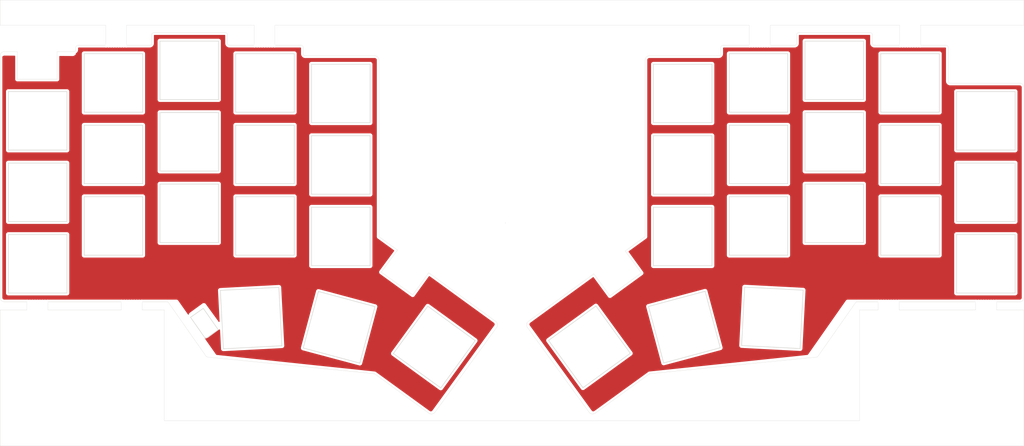
<source format=kicad_pcb>
(kicad_pcb (version 20171130) (host pcbnew 5.1.10)
  (layers (0 F.Cu signal hide) (31 B.Cu signal) (35 F.Paste user) (37 F.SilkS user) (38 B.Mask user) (39 F.Mask user) (44 Edge.Cuts user))
  (net 0 "")
  (module Weteor:Logo_L (layer F.Cu) (at 70.8 85.9)
    (fp_text reference REF** hide)
    (fp_text value Logo_L hide)
  )
  (module Weteor:Logo (layer F.Cu) (at 261.9 85.9)
    (fp_text reference G*** hide)
    (fp_text value LOGO hide)
  )
  (module Weteor:Plate_Hole (layer F.Cu) (at 222.5 72.3)
    (fp_text reference REF** hide)
    (fp_text value Plate_Hole hide)
    (fp_line (start -6.95 6.95) (end -6.95 -6.95) (layer Edge.Cuts) (width 0.12))
    (fp_line (start 6.95 6.95) (end -6.95 6.95) (layer Edge.Cuts) (width 0.12))
    (fp_line (start 6.95 -6.95) (end 6.95 6.95) (layer Edge.Cuts) (width 0.12))
    (fp_line (start -6.95 -6.95) (end 6.95 -6.95) (layer Edge.Cuts) (width 0.12))
  )
  (module Weteor:Plate_Hole (layer F.Cu) (at 102 94.2 3)
    (fp_text reference REF** hide)
    (fp_text value Plate_Hole hide)
    (fp_line (start -6.95 6.95) (end -6.95 -6.95) (layer Edge.Cuts) (width 0.12))
    (fp_line (start 6.95 6.95) (end -6.95 6.95) (layer Edge.Cuts) (width 0.12))
    (fp_line (start 6.95 -6.95) (end 6.95 6.95) (layer Edge.Cuts) (width 0.12))
    (fp_line (start -6.95 -6.95) (end 6.95 -6.95) (layer Edge.Cuts) (width 0.12))
  )
  (module Weteor:Plate_Hole (layer F.Cu) (at 69.3 72.3)
    (fp_text reference REF** hide)
    (fp_text value Plate_Hole hide)
    (fp_line (start -6.95 6.95) (end -6.95 -6.95) (layer Edge.Cuts) (width 0.12))
    (fp_line (start 6.95 6.95) (end -6.95 6.95) (layer Edge.Cuts) (width 0.12))
    (fp_line (start 6.95 -6.95) (end 6.95 6.95) (layer Edge.Cuts) (width 0.12))
    (fp_line (start -6.95 -6.95) (end 6.95 -6.95) (layer Edge.Cuts) (width 0.12))
  )
  (module Weteor:Plate_Hole (layer F.Cu) (at 51.3 64.3)
    (fp_text reference REF** hide)
    (fp_text value Plate_Hole hide)
    (fp_line (start -6.95 6.95) (end -6.95 -6.95) (layer Edge.Cuts) (width 0.12))
    (fp_line (start 6.95 6.95) (end -6.95 6.95) (layer Edge.Cuts) (width 0.12))
    (fp_line (start 6.95 -6.95) (end 6.95 6.95) (layer Edge.Cuts) (width 0.12))
    (fp_line (start -6.95 -6.95) (end 6.95 -6.95) (layer Edge.Cuts) (width 0.12))
  )
  (module Weteor:Plate_Hole (layer F.Cu) (at 182.35 101.05 36)
    (fp_text reference REF** hide)
    (fp_text value Plate_Hole hide)
    (fp_line (start -6.95 6.95) (end -6.95 -6.95) (layer Edge.Cuts) (width 0.12))
    (fp_line (start 6.95 6.95) (end -6.95 6.95) (layer Edge.Cuts) (width 0.12))
    (fp_line (start 6.95 -6.95) (end 6.95 6.95) (layer Edge.Cuts) (width 0.12))
    (fp_line (start -6.95 -6.95) (end 6.95 -6.95) (layer Edge.Cuts) (width 0.12))
  )
  (module Weteor:Plate_Hole (layer F.Cu) (at 204.9 96.35 15)
    (fp_text reference REF** hide)
    (fp_text value Plate_Hole hide)
    (fp_line (start -6.95 6.95) (end -6.95 -6.95) (layer Edge.Cuts) (width 0.12))
    (fp_line (start 6.95 6.95) (end -6.95 6.95) (layer Edge.Cuts) (width 0.12))
    (fp_line (start 6.95 -6.95) (end 6.95 6.95) (layer Edge.Cuts) (width 0.12))
    (fp_line (start -6.95 -6.95) (end 6.95 -6.95) (layer Edge.Cuts) (width 0.12))
  )
  (module Weteor:Plate_Hole (layer F.Cu) (at 225.8 94.15 357)
    (fp_text reference REF** hide)
    (fp_text value Plate_Hole hide)
    (fp_line (start -6.95 6.95) (end -6.95 -6.95) (layer Edge.Cuts) (width 0.12))
    (fp_line (start 6.95 6.95) (end -6.95 6.95) (layer Edge.Cuts) (width 0.12))
    (fp_line (start 6.95 -6.95) (end 6.95 6.95) (layer Edge.Cuts) (width 0.12))
    (fp_line (start -6.95 -6.95) (end 6.95 -6.95) (layer Edge.Cuts) (width 0.12))
  )
  (module Weteor:Plate_Hole (layer F.Cu) (at 276.5 47.3)
    (fp_text reference REF** hide)
    (fp_text value Plate_Hole hide)
    (fp_line (start -6.95 6.95) (end -6.95 -6.95) (layer Edge.Cuts) (width 0.12))
    (fp_line (start 6.95 6.95) (end -6.95 6.95) (layer Edge.Cuts) (width 0.12))
    (fp_line (start 6.95 -6.95) (end 6.95 6.95) (layer Edge.Cuts) (width 0.12))
    (fp_line (start -6.95 -6.95) (end 6.95 -6.95) (layer Edge.Cuts) (width 0.12))
  )
  (module Weteor:Plate_Hole (layer F.Cu) (at 276.5 64.3)
    (fp_text reference REF** hide)
    (fp_text value Plate_Hole hide)
    (fp_line (start -6.95 6.95) (end -6.95 -6.95) (layer Edge.Cuts) (width 0.12))
    (fp_line (start 6.95 6.95) (end -6.95 6.95) (layer Edge.Cuts) (width 0.12))
    (fp_line (start 6.95 -6.95) (end 6.95 6.95) (layer Edge.Cuts) (width 0.12))
    (fp_line (start -6.95 -6.95) (end 6.95 -6.95) (layer Edge.Cuts) (width 0.12))
  )
  (module Weteor:Plate_Hole (layer F.Cu) (at 276.5 81.3)
    (fp_text reference REF** hide)
    (fp_text value Plate_Hole hide)
    (fp_line (start -6.95 6.95) (end -6.95 -6.95) (layer Edge.Cuts) (width 0.12))
    (fp_line (start 6.95 6.95) (end -6.95 6.95) (layer Edge.Cuts) (width 0.12))
    (fp_line (start 6.95 -6.95) (end 6.95 6.95) (layer Edge.Cuts) (width 0.12))
    (fp_line (start -6.95 -6.95) (end 6.95 -6.95) (layer Edge.Cuts) (width 0.12))
  )
  (module Weteor:Plate_Hole (layer F.Cu) (at 258.5 38.3)
    (fp_text reference REF** hide)
    (fp_text value Plate_Hole hide)
    (fp_line (start -6.95 6.95) (end -6.95 -6.95) (layer Edge.Cuts) (width 0.12))
    (fp_line (start 6.95 6.95) (end -6.95 6.95) (layer Edge.Cuts) (width 0.12))
    (fp_line (start 6.95 -6.95) (end 6.95 6.95) (layer Edge.Cuts) (width 0.12))
    (fp_line (start -6.95 -6.95) (end 6.95 -6.95) (layer Edge.Cuts) (width 0.12))
  )
  (module Weteor:Plate_Hole (layer F.Cu) (at 240.5 35.3)
    (fp_text reference REF** hide)
    (fp_text value Plate_Hole hide)
    (fp_line (start -6.95 6.95) (end -6.95 -6.95) (layer Edge.Cuts) (width 0.12))
    (fp_line (start 6.95 6.95) (end -6.95 6.95) (layer Edge.Cuts) (width 0.12))
    (fp_line (start 6.95 -6.95) (end 6.95 6.95) (layer Edge.Cuts) (width 0.12))
    (fp_line (start -6.95 -6.95) (end 6.95 -6.95) (layer Edge.Cuts) (width 0.12))
  )
  (module Weteor:Plate_Hole (layer F.Cu) (at 222.5 38.3)
    (fp_text reference REF** hide)
    (fp_text value Plate_Hole hide)
    (fp_line (start -6.95 6.95) (end -6.95 -6.95) (layer Edge.Cuts) (width 0.12))
    (fp_line (start 6.95 6.95) (end -6.95 6.95) (layer Edge.Cuts) (width 0.12))
    (fp_line (start 6.95 -6.95) (end 6.95 6.95) (layer Edge.Cuts) (width 0.12))
    (fp_line (start -6.95 -6.95) (end 6.95 -6.95) (layer Edge.Cuts) (width 0.12))
  )
  (module Weteor:Plate_Hole (layer F.Cu) (at 204.5 40.8)
    (fp_text reference REF** hide)
    (fp_text value Plate_Hole hide)
    (fp_line (start -6.95 6.95) (end -6.95 -6.95) (layer Edge.Cuts) (width 0.12))
    (fp_line (start 6.95 6.95) (end -6.95 6.95) (layer Edge.Cuts) (width 0.12))
    (fp_line (start 6.95 -6.95) (end 6.95 6.95) (layer Edge.Cuts) (width 0.12))
    (fp_line (start -6.95 -6.95) (end 6.95 -6.95) (layer Edge.Cuts) (width 0.12))
  )
  (module Weteor:Plate_Hole (layer F.Cu) (at 258.5 55.3)
    (fp_text reference REF** hide)
    (fp_text value Plate_Hole hide)
    (fp_line (start -6.95 6.95) (end -6.95 -6.95) (layer Edge.Cuts) (width 0.12))
    (fp_line (start 6.95 6.95) (end -6.95 6.95) (layer Edge.Cuts) (width 0.12))
    (fp_line (start 6.95 -6.95) (end 6.95 6.95) (layer Edge.Cuts) (width 0.12))
    (fp_line (start -6.95 -6.95) (end 6.95 -6.95) (layer Edge.Cuts) (width 0.12))
  )
  (module Weteor:Plate_Hole (layer F.Cu) (at 240.5 52.3)
    (fp_text reference REF** hide)
    (fp_text value Plate_Hole hide)
    (fp_line (start -6.95 6.95) (end -6.95 -6.95) (layer Edge.Cuts) (width 0.12))
    (fp_line (start 6.95 6.95) (end -6.95 6.95) (layer Edge.Cuts) (width 0.12))
    (fp_line (start 6.95 -6.95) (end 6.95 6.95) (layer Edge.Cuts) (width 0.12))
    (fp_line (start -6.95 -6.95) (end 6.95 -6.95) (layer Edge.Cuts) (width 0.12))
  )
  (module Weteor:Plate_Hole (layer F.Cu) (at 222.5 55.3)
    (fp_text reference REF** hide)
    (fp_text value Plate_Hole hide)
    (fp_line (start -6.95 6.95) (end -6.95 -6.95) (layer Edge.Cuts) (width 0.12))
    (fp_line (start 6.95 6.95) (end -6.95 6.95) (layer Edge.Cuts) (width 0.12))
    (fp_line (start 6.95 -6.95) (end 6.95 6.95) (layer Edge.Cuts) (width 0.12))
    (fp_line (start -6.95 -6.95) (end 6.95 -6.95) (layer Edge.Cuts) (width 0.12))
  )
  (module Weteor:Plate_Hole (layer F.Cu) (at 258.5 72.3)
    (fp_text reference REF** hide)
    (fp_text value Plate_Hole hide)
    (fp_line (start -6.95 6.95) (end -6.95 -6.95) (layer Edge.Cuts) (width 0.12))
    (fp_line (start 6.95 6.95) (end -6.95 6.95) (layer Edge.Cuts) (width 0.12))
    (fp_line (start 6.95 -6.95) (end 6.95 6.95) (layer Edge.Cuts) (width 0.12))
    (fp_line (start -6.95 -6.95) (end 6.95 -6.95) (layer Edge.Cuts) (width 0.12))
  )
  (module Weteor:Plate_Hole (layer F.Cu) (at 204.5 57.8)
    (fp_text reference REF** hide)
    (fp_text value Plate_Hole hide)
    (fp_line (start -6.95 6.95) (end -6.95 -6.95) (layer Edge.Cuts) (width 0.12))
    (fp_line (start 6.95 6.95) (end -6.95 6.95) (layer Edge.Cuts) (width 0.12))
    (fp_line (start 6.95 -6.95) (end 6.95 6.95) (layer Edge.Cuts) (width 0.12))
    (fp_line (start -6.95 -6.95) (end 6.95 -6.95) (layer Edge.Cuts) (width 0.12))
  )
  (module Weteor:Plate_Hole (layer F.Cu) (at 240.5 69.3)
    (fp_text reference REF** hide)
    (fp_text value Plate_Hole hide)
    (fp_line (start -6.95 6.95) (end -6.95 -6.95) (layer Edge.Cuts) (width 0.12))
    (fp_line (start 6.95 6.95) (end -6.95 6.95) (layer Edge.Cuts) (width 0.12))
    (fp_line (start 6.95 -6.95) (end 6.95 6.95) (layer Edge.Cuts) (width 0.12))
    (fp_line (start -6.95 -6.95) (end 6.95 -6.95) (layer Edge.Cuts) (width 0.12))
  )
  (module Weteor:Plate_Hole (layer F.Cu) (at 123.3 74.8)
    (fp_text reference REF** hide)
    (fp_text value Plate_Hole hide)
    (fp_line (start -6.95 6.95) (end -6.95 -6.95) (layer Edge.Cuts) (width 0.12))
    (fp_line (start 6.95 6.95) (end -6.95 6.95) (layer Edge.Cuts) (width 0.12))
    (fp_line (start 6.95 -6.95) (end 6.95 6.95) (layer Edge.Cuts) (width 0.12))
    (fp_line (start -6.95 -6.95) (end 6.95 -6.95) (layer Edge.Cuts) (width 0.12))
  )
  (module Weteor:Plate_Hole (layer F.Cu) (at 105.3 55.3)
    (fp_text reference REF** hide)
    (fp_text value Plate_Hole hide)
    (fp_line (start -6.95 6.95) (end -6.95 -6.95) (layer Edge.Cuts) (width 0.12))
    (fp_line (start 6.95 6.95) (end -6.95 6.95) (layer Edge.Cuts) (width 0.12))
    (fp_line (start 6.95 -6.95) (end 6.95 6.95) (layer Edge.Cuts) (width 0.12))
    (fp_line (start -6.95 -6.95) (end 6.95 -6.95) (layer Edge.Cuts) (width 0.12))
  )
  (module Weteor:Plate_Hole (layer F.Cu) (at 105.3 72.3)
    (fp_text reference REF** hide)
    (fp_text value Plate_Hole hide)
    (fp_line (start -6.95 6.95) (end -6.95 -6.95) (layer Edge.Cuts) (width 0.12))
    (fp_line (start 6.95 6.95) (end -6.95 6.95) (layer Edge.Cuts) (width 0.12))
    (fp_line (start 6.95 -6.95) (end 6.95 6.95) (layer Edge.Cuts) (width 0.12))
    (fp_line (start -6.95 -6.95) (end 6.95 -6.95) (layer Edge.Cuts) (width 0.12))
  )
  (module Weteor:Plate_Hole (layer F.Cu) (at 123.3 57.8)
    (fp_text reference REF** hide)
    (fp_text value Plate_Hole hide)
    (fp_line (start -6.95 6.95) (end -6.95 -6.95) (layer Edge.Cuts) (width 0.12))
    (fp_line (start 6.95 6.95) (end -6.95 6.95) (layer Edge.Cuts) (width 0.12))
    (fp_line (start 6.95 -6.95) (end 6.95 6.95) (layer Edge.Cuts) (width 0.12))
    (fp_line (start -6.95 -6.95) (end 6.95 -6.95) (layer Edge.Cuts) (width 0.12))
  )
  (module Weteor:Plate_Hole (layer F.Cu) (at 87.3 35.3)
    (fp_text reference REF** hide)
    (fp_text value Plate_Hole hide)
    (fp_line (start -6.95 6.95) (end -6.95 -6.95) (layer Edge.Cuts) (width 0.12))
    (fp_line (start 6.95 6.95) (end -6.95 6.95) (layer Edge.Cuts) (width 0.12))
    (fp_line (start 6.95 -6.95) (end 6.95 6.95) (layer Edge.Cuts) (width 0.12))
    (fp_line (start -6.95 -6.95) (end 6.95 -6.95) (layer Edge.Cuts) (width 0.12))
  )
  (module Weteor:Plate_Hole (layer F.Cu) (at 69.3 55.3)
    (fp_text reference REF** hide)
    (fp_text value Plate_Hole hide)
    (fp_line (start -6.95 6.95) (end -6.95 -6.95) (layer Edge.Cuts) (width 0.12))
    (fp_line (start 6.95 6.95) (end -6.95 6.95) (layer Edge.Cuts) (width 0.12))
    (fp_line (start 6.95 -6.95) (end 6.95 6.95) (layer Edge.Cuts) (width 0.12))
    (fp_line (start -6.95 -6.95) (end 6.95 -6.95) (layer Edge.Cuts) (width 0.12))
  )
  (module Weteor:Plate_Hole (layer F.Cu) (at 123.3 40.8)
    (fp_text reference REF** hide)
    (fp_text value Plate_Hole hide)
    (fp_line (start -6.95 6.95) (end -6.95 -6.95) (layer Edge.Cuts) (width 0.12))
    (fp_line (start 6.95 6.95) (end -6.95 6.95) (layer Edge.Cuts) (width 0.12))
    (fp_line (start 6.95 -6.95) (end 6.95 6.95) (layer Edge.Cuts) (width 0.12))
    (fp_line (start -6.95 -6.95) (end 6.95 -6.95) (layer Edge.Cuts) (width 0.12))
  )
  (module Weteor:Plate_Hole (layer F.Cu) (at 122.9 96.4 345)
    (fp_text reference REF** hide)
    (fp_text value Plate_Hole hide)
    (fp_line (start -6.95 6.95) (end -6.95 -6.95) (layer Edge.Cuts) (width 0.12))
    (fp_line (start 6.95 6.95) (end -6.95 6.95) (layer Edge.Cuts) (width 0.12))
    (fp_line (start 6.95 -6.95) (end 6.95 6.95) (layer Edge.Cuts) (width 0.12))
    (fp_line (start -6.95 -6.95) (end 6.95 -6.95) (layer Edge.Cuts) (width 0.12))
  )
  (module Weteor:Plate_Hole (layer F.Cu) (at 69.3 38.3)
    (fp_text reference REF** hide)
    (fp_text value Plate_Hole hide)
    (fp_line (start -6.95 6.95) (end -6.95 -6.95) (layer Edge.Cuts) (width 0.12))
    (fp_line (start 6.95 6.95) (end -6.95 6.95) (layer Edge.Cuts) (width 0.12))
    (fp_line (start 6.95 -6.95) (end 6.95 6.95) (layer Edge.Cuts) (width 0.12))
    (fp_line (start -6.95 -6.95) (end 6.95 -6.95) (layer Edge.Cuts) (width 0.12))
  )
  (module Weteor:Plate_Hole (layer F.Cu) (at 105.3 38.3)
    (fp_text reference REF** hide)
    (fp_text value Plate_Hole hide)
    (fp_line (start -6.95 6.95) (end -6.95 -6.95) (layer Edge.Cuts) (width 0.12))
    (fp_line (start 6.95 6.95) (end -6.95 6.95) (layer Edge.Cuts) (width 0.12))
    (fp_line (start 6.95 -6.95) (end 6.95 6.95) (layer Edge.Cuts) (width 0.12))
    (fp_line (start -6.95 -6.95) (end 6.95 -6.95) (layer Edge.Cuts) (width 0.12))
  )
  (module Weteor:Plate_Hole (layer F.Cu) (at 204.5 74.8)
    (fp_text reference REF** hide)
    (fp_text value Plate_Hole hide)
    (fp_line (start -6.95 6.95) (end -6.95 -6.95) (layer Edge.Cuts) (width 0.12))
    (fp_line (start 6.95 6.95) (end -6.95 6.95) (layer Edge.Cuts) (width 0.12))
    (fp_line (start 6.95 -6.95) (end 6.95 6.95) (layer Edge.Cuts) (width 0.12))
    (fp_line (start -6.95 -6.95) (end 6.95 -6.95) (layer Edge.Cuts) (width 0.12))
  )
  (module Weteor:Plate_Hole (layer F.Cu) (at 145.5 101.1 324)
    (fp_text reference REF** hide)
    (fp_text value Plate_Hole hide)
    (fp_line (start -6.95 6.95) (end -6.95 -6.95) (layer Edge.Cuts) (width 0.12))
    (fp_line (start 6.95 6.95) (end -6.95 6.95) (layer Edge.Cuts) (width 0.12))
    (fp_line (start 6.95 -6.95) (end 6.95 6.95) (layer Edge.Cuts) (width 0.12))
    (fp_line (start -6.95 -6.95) (end 6.95 -6.95) (layer Edge.Cuts) (width 0.12))
  )
  (module Weteor:Plate_Hole (layer F.Cu) (at 87.3 69.3)
    (fp_text reference REF** hide)
    (fp_text value Plate_Hole hide)
    (fp_line (start -6.95 6.95) (end -6.95 -6.95) (layer Edge.Cuts) (width 0.12))
    (fp_line (start 6.95 6.95) (end -6.95 6.95) (layer Edge.Cuts) (width 0.12))
    (fp_line (start 6.95 -6.95) (end 6.95 6.95) (layer Edge.Cuts) (width 0.12))
    (fp_line (start -6.95 -6.95) (end 6.95 -6.95) (layer Edge.Cuts) (width 0.12))
  )
  (module Weteor:Plate_Hole (layer F.Cu) (at 87.3 52.3)
    (fp_text reference REF** hide)
    (fp_text value Plate_Hole hide)
    (fp_line (start -6.95 6.95) (end -6.95 -6.95) (layer Edge.Cuts) (width 0.12))
    (fp_line (start 6.95 6.95) (end -6.95 6.95) (layer Edge.Cuts) (width 0.12))
    (fp_line (start 6.95 -6.95) (end 6.95 6.95) (layer Edge.Cuts) (width 0.12))
    (fp_line (start -6.95 -6.95) (end 6.95 -6.95) (layer Edge.Cuts) (width 0.12))
  )
  (module Weteor:Plate_Hole (layer F.Cu) (at 51.3 81.3)
    (fp_text reference REF** hide)
    (fp_text value Plate_Hole hide)
    (fp_line (start -6.95 6.95) (end -6.95 -6.95) (layer Edge.Cuts) (width 0.12))
    (fp_line (start 6.95 6.95) (end -6.95 6.95) (layer Edge.Cuts) (width 0.12))
    (fp_line (start 6.95 -6.95) (end 6.95 6.95) (layer Edge.Cuts) (width 0.12))
    (fp_line (start -6.95 -6.95) (end 6.95 -6.95) (layer Edge.Cuts) (width 0.12))
  )
  (module Weteor:Plate_Hole (layer F.Cu) (at 51.3 47.3)
    (fp_text reference REF** hide)
    (fp_text value Plate_Hole hide)
    (fp_line (start -6.95 6.95) (end -6.95 -6.95) (layer Edge.Cuts) (width 0.12))
    (fp_line (start 6.95 6.95) (end -6.95 6.95) (layer Edge.Cuts) (width 0.12))
    (fp_line (start 6.95 -6.95) (end 6.95 6.95) (layer Edge.Cuts) (width 0.12))
    (fp_line (start -6.95 -6.95) (end 6.95 -6.95) (layer Edge.Cuts) (width 0.12))
  )
  (module WetCorn:3x6_PactSwitch_Hole (layer F.Cu) (at 90.9 95.5 125)
    (fp_text reference REF** hide)
    (fp_text value 3x6_PactSwitch_Hole hide)
    (fp_line (start -3.1 1.85) (end -3.1 -1.85) (layer Edge.Cuts) (width 0.12))
    (fp_line (start 3.1 1.85) (end -3.1 1.85) (layer Edge.Cuts) (width 0.12))
    (fp_line (start 3.1 -1.85) (end 3.1 1.85) (layer Edge.Cuts) (width 0.12))
    (fp_line (start -3.1 -1.85) (end 3.1 -1.85) (layer Edge.Cuts) (width 0.12))
  )
  (module kbd:Breakaway_Tabs (layer F.Cu) (at 276.55 90.45)
    (fp_text reference REF** hide)
    (fp_text value Breakaway_Tabs)
    (pad "" np_thru_hole circle (at -1.1875 0) (size 0.3 0.3) (drill 0.3) (layers *.Cu *.Mask))
    (pad "" np_thru_hole circle (at -2.375 0) (size 0.3 0.3) (drill 0.3) (layers *.Cu *.Mask))
    (pad "" np_thru_hole circle (at -0.59375 0) (size 0.3 0.3) (drill 0.3) (layers *.Cu *.Mask))
    (pad "" np_thru_hole circle (at -1.78125 0) (size 0.3 0.3) (drill 0.3) (layers *.Cu *.Mask))
    (pad "" np_thru_hole circle (at 2.375 0) (size 0.3 0.3) (drill 0.3) (layers *.Cu *.Mask))
    (pad "" np_thru_hole circle (at 1.78125 0) (size 0.3 0.3) (drill 0.3) (layers *.Cu *.Mask))
    (pad "" np_thru_hole circle (at 1.1875 0) (size 0.3 0.3) (drill 0.3) (layers *.Cu *.Mask))
    (pad "" np_thru_hole circle (at 0.59375 0) (size 0.3 0.3) (drill 0.3) (layers *.Cu *.Mask))
    (pad "" np_thru_hole circle (at 0 0) (size 0.3 0.3) (drill 0.3) (layers *.Cu *.Mask))
  )
  (module kbd:Breakaway_Tabs (layer F.Cu) (at 253.4 90.45)
    (fp_text reference REF** hide)
    (fp_text value Breakaway_Tabs)
    (pad "" np_thru_hole circle (at -1.1875 0) (size 0.3 0.3) (drill 0.3) (layers *.Cu *.Mask))
    (pad "" np_thru_hole circle (at -2.375 0) (size 0.3 0.3) (drill 0.3) (layers *.Cu *.Mask))
    (pad "" np_thru_hole circle (at -0.59375 0) (size 0.3 0.3) (drill 0.3) (layers *.Cu *.Mask))
    (pad "" np_thru_hole circle (at -1.78125 0) (size 0.3 0.3) (drill 0.3) (layers *.Cu *.Mask))
    (pad "" np_thru_hole circle (at 2.375 0) (size 0.3 0.3) (drill 0.3) (layers *.Cu *.Mask))
    (pad "" np_thru_hole circle (at 1.78125 0) (size 0.3 0.3) (drill 0.3) (layers *.Cu *.Mask))
    (pad "" np_thru_hole circle (at 1.1875 0) (size 0.3 0.3) (drill 0.3) (layers *.Cu *.Mask))
    (pad "" np_thru_hole circle (at 0.59375 0) (size 0.3 0.3) (drill 0.3) (layers *.Cu *.Mask))
    (pad "" np_thru_hole circle (at 0 0) (size 0.3 0.3) (drill 0.3) (layers *.Cu *.Mask))
  )
  (module kbd:Breakaway_Tabs (layer F.Cu) (at 73.64375 90.45)
    (fp_text reference REF** hide)
    (fp_text value Breakaway_Tabs)
    (pad "" np_thru_hole circle (at -1.1875 0) (size 0.3 0.3) (drill 0.3) (layers *.Cu *.Mask))
    (pad "" np_thru_hole circle (at -2.375 0) (size 0.3 0.3) (drill 0.3) (layers *.Cu *.Mask))
    (pad "" np_thru_hole circle (at -0.59375 0) (size 0.3 0.3) (drill 0.3) (layers *.Cu *.Mask))
    (pad "" np_thru_hole circle (at -1.78125 0) (size 0.3 0.3) (drill 0.3) (layers *.Cu *.Mask))
    (pad "" np_thru_hole circle (at 2.375 0) (size 0.3 0.3) (drill 0.3) (layers *.Cu *.Mask))
    (pad "" np_thru_hole circle (at 1.78125 0) (size 0.3 0.3) (drill 0.3) (layers *.Cu *.Mask))
    (pad "" np_thru_hole circle (at 1.1875 0) (size 0.3 0.3) (drill 0.3) (layers *.Cu *.Mask))
    (pad "" np_thru_hole circle (at 0.59375 0) (size 0.3 0.3) (drill 0.3) (layers *.Cu *.Mask))
    (pad "" np_thru_hole circle (at 0 0) (size 0.3 0.3) (drill 0.3) (layers *.Cu *.Mask))
  )
  (module kbd:Breakaway_Tabs (layer F.Cu) (at 51.25 90.45)
    (fp_text reference REF** hide)
    (fp_text value Breakaway_Tabs)
    (pad "" np_thru_hole circle (at -1.1875 0) (size 0.3 0.3) (drill 0.3) (layers *.Cu *.Mask))
    (pad "" np_thru_hole circle (at -2.375 0) (size 0.3 0.3) (drill 0.3) (layers *.Cu *.Mask))
    (pad "" np_thru_hole circle (at -0.59375 0) (size 0.3 0.3) (drill 0.3) (layers *.Cu *.Mask))
    (pad "" np_thru_hole circle (at -1.78125 0) (size 0.3 0.3) (drill 0.3) (layers *.Cu *.Mask))
    (pad "" np_thru_hole circle (at 2.375 0) (size 0.3 0.3) (drill 0.3) (layers *.Cu *.Mask))
    (pad "" np_thru_hole circle (at 1.78125 0) (size 0.3 0.3) (drill 0.3) (layers *.Cu *.Mask))
    (pad "" np_thru_hole circle (at 1.1875 0) (size 0.3 0.3) (drill 0.3) (layers *.Cu *.Mask))
    (pad "" np_thru_hole circle (at 0.59375 0) (size 0.3 0.3) (drill 0.3) (layers *.Cu *.Mask))
    (pad "" np_thru_hole circle (at 0 0) (size 0.3 0.3) (drill 0.3) (layers *.Cu *.Mask))
  )
  (module kbd:Breakaway_Tabs (layer F.Cu) (at 258.5 29.25)
    (fp_text reference REF** hide)
    (fp_text value Breakaway_Tabs)
    (pad "" np_thru_hole circle (at -1.1875 0) (size 0.3 0.3) (drill 0.3) (layers *.Cu *.Mask))
    (pad "" np_thru_hole circle (at -2.375 0) (size 0.3 0.3) (drill 0.3) (layers *.Cu *.Mask))
    (pad "" np_thru_hole circle (at -0.59375 0) (size 0.3 0.3) (drill 0.3) (layers *.Cu *.Mask))
    (pad "" np_thru_hole circle (at -1.78125 0) (size 0.3 0.3) (drill 0.3) (layers *.Cu *.Mask))
    (pad "" np_thru_hole circle (at 2.375 0) (size 0.3 0.3) (drill 0.3) (layers *.Cu *.Mask))
    (pad "" np_thru_hole circle (at 1.78125 0) (size 0.3 0.3) (drill 0.3) (layers *.Cu *.Mask))
    (pad "" np_thru_hole circle (at 1.1875 0) (size 0.3 0.3) (drill 0.3) (layers *.Cu *.Mask))
    (pad "" np_thru_hole circle (at 0.59375 0) (size 0.3 0.3) (drill 0.3) (layers *.Cu *.Mask))
    (pad "" np_thru_hole circle (at 0 0) (size 0.3 0.3) (drill 0.3) (layers *.Cu *.Mask))
  )
  (module kbd:Breakaway_Tabs (layer F.Cu) (at 222.8 29.25)
    (fp_text reference REF** hide)
    (fp_text value Breakaway_Tabs)
    (pad "" np_thru_hole circle (at -1.1875 0) (size 0.3 0.3) (drill 0.3) (layers *.Cu *.Mask))
    (pad "" np_thru_hole circle (at -2.375 0) (size 0.3 0.3) (drill 0.3) (layers *.Cu *.Mask))
    (pad "" np_thru_hole circle (at -0.59375 0) (size 0.3 0.3) (drill 0.3) (layers *.Cu *.Mask))
    (pad "" np_thru_hole circle (at -1.78125 0) (size 0.3 0.3) (drill 0.3) (layers *.Cu *.Mask))
    (pad "" np_thru_hole circle (at 2.375 0) (size 0.3 0.3) (drill 0.3) (layers *.Cu *.Mask))
    (pad "" np_thru_hole circle (at 1.78125 0) (size 0.3 0.3) (drill 0.3) (layers *.Cu *.Mask))
    (pad "" np_thru_hole circle (at 1.1875 0) (size 0.3 0.3) (drill 0.3) (layers *.Cu *.Mask))
    (pad "" np_thru_hole circle (at 0.59375 0) (size 0.3 0.3) (drill 0.3) (layers *.Cu *.Mask))
    (pad "" np_thru_hole circle (at 0 0) (size 0.3 0.3) (drill 0.3) (layers *.Cu *.Mask))
  )
  (module kbd:Breakaway_Tabs (layer F.Cu) (at 105.2 29.25)
    (fp_text reference REF** hide)
    (fp_text value Breakaway_Tabs)
    (pad "" np_thru_hole circle (at -1.1875 0) (size 0.3 0.3) (drill 0.3) (layers *.Cu *.Mask))
    (pad "" np_thru_hole circle (at -2.375 0) (size 0.3 0.3) (drill 0.3) (layers *.Cu *.Mask))
    (pad "" np_thru_hole circle (at -0.59375 0) (size 0.3 0.3) (drill 0.3) (layers *.Cu *.Mask))
    (pad "" np_thru_hole circle (at -1.78125 0) (size 0.3 0.3) (drill 0.3) (layers *.Cu *.Mask))
    (pad "" np_thru_hole circle (at 2.375 0) (size 0.3 0.3) (drill 0.3) (layers *.Cu *.Mask))
    (pad "" np_thru_hole circle (at 1.78125 0) (size 0.3 0.3) (drill 0.3) (layers *.Cu *.Mask))
    (pad "" np_thru_hole circle (at 1.1875 0) (size 0.3 0.3) (drill 0.3) (layers *.Cu *.Mask))
    (pad "" np_thru_hole circle (at 0.59375 0) (size 0.3 0.3) (drill 0.3) (layers *.Cu *.Mask))
    (pad "" np_thru_hole circle (at 0 0) (size 0.3 0.3) (drill 0.3) (layers *.Cu *.Mask))
  )
  (module kbd:Breakaway_Tabs (layer F.Cu) (at 69.93125 29.25)
    (fp_text reference REF** hide)
    (fp_text value Breakaway_Tabs)
    (pad "" np_thru_hole circle (at -1.1875 0) (size 0.3 0.3) (drill 0.3) (layers *.Cu *.Mask))
    (pad "" np_thru_hole circle (at -2.375 0) (size 0.3 0.3) (drill 0.3) (layers *.Cu *.Mask))
    (pad "" np_thru_hole circle (at -0.59375 0) (size 0.3 0.3) (drill 0.3) (layers *.Cu *.Mask))
    (pad "" np_thru_hole circle (at -1.78125 0) (size 0.3 0.3) (drill 0.3) (layers *.Cu *.Mask))
    (pad "" np_thru_hole circle (at 2.375 0) (size 0.3 0.3) (drill 0.3) (layers *.Cu *.Mask))
    (pad "" np_thru_hole circle (at 1.78125 0) (size 0.3 0.3) (drill 0.3) (layers *.Cu *.Mask))
    (pad "" np_thru_hole circle (at 1.1875 0) (size 0.3 0.3) (drill 0.3) (layers *.Cu *.Mask))
    (pad "" np_thru_hole circle (at 0.59375 0) (size 0.3 0.3) (drill 0.3) (layers *.Cu *.Mask))
    (pad "" np_thru_hole circle (at 0 0) (size 0.3 0.3) (drill 0.3) (layers *.Cu *.Mask))
  )
  (gr_line (start 261 29.34472) (end 267.057 29.34472) (layer Edge.Cuts) (width 0.05))
  (gr_line (start 256 29.34472) (end 250.057 29.34472) (layer Edge.Cuts) (width 0.05))
  (gr_line (start 225.3 29.34472) (end 231.057 29.34472) (layer Edge.Cuts) (width 0.05))
  (gr_line (start 220.3 29.34472) (end 214.057 29.34472) (layer Edge.Cuts) (width 0.05))
  (gr_line (start 107.65 29.34472) (end 113.88198 29.34472) (layer Edge.Cuts) (width 0.05))
  (gr_line (start 102.75 29.34472) (end 96.88198 29.34472) (layer Edge.Cuts) (width 0.05))
  (gr_line (start 67.45 29.34472) (end 60.88198 29.34472) (layer Edge.Cuts) (width 0.05))
  (gr_line (start 72.4 29.34472) (end 77.88198 29.34472) (layer Edge.Cuts) (width 0.05))
  (gr_line (start 48.75 90.344721) (end 43.38198 90.344721) (layer Edge.Cuts) (width 0.05))
  (gr_line (start 71.15 90.344721) (end 53.75 90.344721) (layer Edge.Cuts) (width 0.05))
  (gr_line (start 76.15 90.344721) (end 82.24538 90.344721) (layer Edge.Cuts) (width 0.05))
  (gr_line (start 250.9 90.344721) (end 245.6936 90.344721) (layer Edge.Cuts) (width 0.05))
  (gr_line (start 274.05 90.344721) (end 255.9 90.344721) (layer Edge.Cuts) (width 0.05))
  (gr_line (start 279.05 90.344721) (end 284.557 90.344721) (layer Edge.Cuts) (width 0.05))
  (gr_line (start 261 24.6) (end 285.557 24.6) (layer Edge.Cuts) (width 0.05))
  (gr_line (start 225.3 24.6) (end 256 24.6) (layer Edge.Cuts) (width 0.05))
  (gr_line (start 107.65 24.6) (end 220.3 24.6) (layer Edge.Cuts) (width 0.05))
  (gr_line (start 72.4 24.6) (end 102.75 24.6) (layer Edge.Cuts) (width 0.05))
  (gr_line (start 76.15 92.3) (end 81.4 92.3) (layer Edge.Cuts) (width 0.05))
  (gr_line (start 53.75 92.3) (end 71.15 92.3) (layer Edge.Cuts) (width 0.05))
  (gr_line (start 48.75 92.3) (end 42.38198 92.3) (layer Edge.Cuts) (width 0.05))
  (gr_line (start 250.9 92.3) (end 246.5 92.3) (layer Edge.Cuts) (width 0.05))
  (gr_line (start 274.05 92.3) (end 255.9 92.3) (layer Edge.Cuts) (width 0.05))
  (gr_line (start 279.05 92.3) (end 285.557 92.3) (layer Edge.Cuts) (width 0.05))
  (gr_line (start 279.05 90.344721) (end 279.05 92.3) (layer Edge.Cuts) (width 0.05))
  (gr_line (start 274.05 90.344721) (end 274.05 92.3) (layer Edge.Cuts) (width 0.05))
  (gr_line (start 255.9 90.344721) (end 255.9 92.3) (layer Edge.Cuts) (width 0.05))
  (gr_line (start 250.9 90.344721) (end 250.9 92.3) (layer Edge.Cuts) (width 0.05))
  (gr_line (start 71.15 90.344721) (end 71.15 92.3) (layer Edge.Cuts) (width 0.05))
  (gr_line (start 76.15 90.344721) (end 76.15 92.3) (layer Edge.Cuts) (width 0.05))
  (gr_line (start 53.75 90.344721) (end 53.75 92.3) (layer Edge.Cuts) (width 0.05))
  (gr_line (start 48.75 90.344721) (end 48.75 92.3) (layer Edge.Cuts) (width 0.05))
  (gr_line (start 261 29.34472) (end 261 24.6) (layer Edge.Cuts) (width 0.05))
  (gr_line (start 256 29.34472) (end 256 24.6) (layer Edge.Cuts) (width 0.05))
  (gr_line (start 225.3 29.34472) (end 225.3 24.6) (layer Edge.Cuts) (width 0.05))
  (gr_line (start 220.3 29.34472) (end 220.3 24.6) (layer Edge.Cuts) (width 0.05))
  (gr_line (start 107.65 29.34472) (end 107.65 24.6) (layer Edge.Cuts) (width 0.05))
  (gr_line (start 102.75 29.34472) (end 102.75 24.6) (layer Edge.Cuts) (width 0.05))
  (gr_line (start 67.45 24.6) (end 42.38198 24.6) (layer Edge.Cuts) (width 0.05))
  (gr_line (start 72.4 29.34472) (end 72.4 24.6) (layer Edge.Cuts) (width 0.05))
  (gr_line (start 67.45 29.34472) (end 67.45 24.6) (layer Edge.Cuts) (width 0.05))
  (gr_line (start 42.38198 118.6) (end 42.38198 92.3) (layer Edge.Cuts) (width 0.05))
  (gr_line (start 81.4 92.3) (end 81.4 118.6) (layer Edge.Cuts) (width 0.05))
  (gr_line (start 285.557 118.6) (end 285.557 92.3) (layer Edge.Cuts) (width 0.05))
  (gr_line (start 246.5 92.3) (end 246.5 118.6) (layer Edge.Cuts) (width 0.05))
  (gr_line (start 285.557 124.6) (end 42.38198 124.6) (layer Edge.Cuts) (width 0.05))
  (gr_line (start 285.557 118.6) (end 285.557 124.6) (layer Edge.Cuts) (width 0.05))
  (gr_line (start 42.38198 118.6) (end 42.38198 124.6) (layer Edge.Cuts) (width 0.05))
  (gr_line (start 183.3 118.6) (end 246.5 118.6) (layer Edge.Cuts) (width 0.05))
  (gr_line (start 183.3 118.6) (end 81.4 118.6) (layer Edge.Cuts) (width 0.05))
  (gr_line (start 42.4 18.6) (end 42.38198 18.6) (layer Edge.Cuts) (width 0.05))
  (gr_line (start 285.557 18.6) (end 42.4 18.6) (layer Edge.Cuts) (width 0.05))
  (gr_line (start 285.557 24.6) (end 285.557 18.6) (layer Edge.Cuts) (width 0.05))
  (gr_line (start 42.38198 24.6) (end 42.38198 18.6) (layer Edge.Cuts) (width 0.05))
  (gr_line (start 187.225 88.9) (end 183.4 83.675) (layer Edge.Cuts) (width 0.05))
  (gr_line (start 194.65 83.5) (end 187.225 88.9) (layer Edge.Cuts) (width 0.05))
  (gr_line (start 190.85 78.25) (end 194.65 83.5) (layer Edge.Cuts) (width 0.05))
  (gr_line (start 191 78.15) (end 190.85 78.25) (layer Edge.Cuts) (width 0.05))
  (gr_line (start 136.775 78.05) (end 136.65 77.95) (layer Edge.Cuts) (width 0.05))
  (gr_line (start 132.925 83.275) (end 136.775 78.05) (layer Edge.Cuts) (width 0.05))
  (gr_line (start 140.375 88.675) (end 132.925 83.275) (layer Edge.Cuts) (width 0.05))
  (gr_line (start 144.175 83.425) (end 140.375 88.675) (layer Edge.Cuts) (width 0.05))
  (gr_line (start 144.35 83.55) (end 144.175 83.425) (layer Edge.Cuts) (width 0.05))
  (gr_line (start 55.9 36.8) (end 55.9 37.4) (layer Edge.Cuts) (width 0.05))
  (gr_line (start 46.5 37.4) (end 55.9 37.4) (layer Edge.Cuts) (width 0.05))
  (gr_line (start 46.5 36.8) (end 46.5 37.4) (layer Edge.Cuts) (width 0.05))
  (gr_line (start 195.557 74.850561) (end 191 78.15) (layer Edge.Cuts) (width 0.05))
  (gr_line (start 167.821697 95.001478) (end 183.4 83.675) (layer Edge.Cuts) (width 0.05))
  (gr_line (start 144.35 83.55) (end 160.117283 95.001478) (layer Edge.Cuts) (width 0.05))
  (gr_line (start 132.38198 74.850561) (end 136.65 77.95) (layer Edge.Cuts) (width 0.05))
  (gr_line (start 55.9 30.84472) (end 59.88198 30.84472) (layer Edge.Cuts) (width 0.05))
  (gr_line (start 55.9 36.8) (end 55.9 30.84472) (layer Edge.Cuts) (width 0.05))
  (gr_line (start 46.5 30.84472) (end 46.5 36.8) (layer Edge.Cuts) (width 0.05))
  (gr_line (start 43.38198 30.84472) (end 46.5 30.84472) (layer Edge.Cuts) (width 0.05))
  (gr_line (start 42.38198 89.344721) (end 42.38198 31.84472) (layer Edge.Cuts) (width 0.05))
  (gr_curve (pts (xy 42.38198 89.344721) (xy 42.38198 89.897021) (xy 42.82998 90.344721) (xy 43.38198 90.344721)) (layer Edge.Cuts) (width 0.05))
  (gr_curve (pts (xy 43.38198 30.84472) (xy 42.82998 30.84472) (xy 42.38198 31.292421) (xy 42.38198 31.84472)) (layer Edge.Cuts) (width 0.05))
  (gr_line (start 60.38198 30.34472) (end 60.38198 29.84472) (layer Edge.Cuts) (width 0.05))
  (gr_curve (pts (xy 59.88198 30.84472) (xy 60.15798 30.84472) (xy 60.38198 30.62082) (xy 60.38198 30.34472)) (layer Edge.Cuts) (width 0.05))
  (gr_curve (pts (xy 60.88198 29.34472) (xy 60.60598 29.34472) (xy 60.38198 29.56862) (xy 60.38198 29.84472)) (layer Edge.Cuts) (width 0.05))
  (gr_line (start 78.38198 28.84472) (end 78.38198 26.84472) (layer Edge.Cuts) (width 0.05))
  (gr_curve (pts (xy 77.88198 29.34472) (xy 78.158079 29.34472) (xy 78.38198 29.12082) (xy 78.38198 28.84472)) (layer Edge.Cuts) (width 0.05))
  (gr_line (start 78.88198 26.34472) (end 95.88198 26.34472) (layer Edge.Cuts) (width 0.05))
  (gr_curve (pts (xy 78.88198 26.34472) (xy 78.60588 26.34472) (xy 78.38198 26.56862) (xy 78.38198 26.84472)) (layer Edge.Cuts) (width 0.05))
  (gr_line (start 96.38198 26.84472) (end 96.38198 28.84472) (layer Edge.Cuts) (width 0.05))
  (gr_curve (pts (xy 96.38198 26.84472) (xy 96.38198 26.56862) (xy 96.15808 26.34472) (xy 95.88198 26.34472)) (layer Edge.Cuts) (width 0.05))
  (gr_curve (pts (xy 96.38198 28.84472) (xy 96.38198 29.12082) (xy 96.60588 29.34472) (xy 96.88198 29.34472)) (layer Edge.Cuts) (width 0.05))
  (gr_line (start 114.38198 29.84472) (end 114.38198 31.34472) (layer Edge.Cuts) (width 0.05))
  (gr_curve (pts (xy 114.38198 29.84472) (xy 114.38198 29.56862) (xy 114.15808 29.34472) (xy 113.88198 29.34472)) (layer Edge.Cuts) (width 0.05))
  (gr_line (start 114.88198 31.84472) (end 131.38198 31.84472) (layer Edge.Cuts) (width 0.05))
  (gr_curve (pts (xy 114.38198 31.34472) (xy 114.38198 31.62082) (xy 114.60588 31.84472) (xy 114.88198 31.84472)) (layer Edge.Cuts) (width 0.05))
  (gr_line (start 132.38198 32.84472) (end 132.38198 74.850561) (layer Edge.Cuts) (width 0.05))
  (gr_curve (pts (xy 132.38198 32.84472) (xy 132.38198 32.292421) (xy 131.93428 31.84472) (xy 131.38198 31.84472)) (layer Edge.Cuts) (width 0.05))
  (gr_line (start 160.338523 96.398278) (end 145.643883 116.623677) (layer Edge.Cuts) (width 0.05))
  (gr_curve (pts (xy 160.338523 96.398278) (xy 160.663143 95.951478) (xy 160.564093 95.326078) (xy 160.117283 95.001478)) (layer Edge.Cuts) (width 0.05))
  (gr_line (start 144.247083 116.844878) (end 131.30278 107.440321) (layer Edge.Cuts) (width 0.05))
  (gr_curve (pts (xy 144.247083 116.844878) (xy 144.693883 117.169478) (xy 145.319283 117.070478) (xy 145.643883 116.623677)) (layer Edge.Cuts) (width 0.05))
  (gr_line (start 131.30278 107.440321) (end 91.42858 103.459621) (layer Edge.Cuts) (width 0.05))
  (gr_line (start 91.42858 103.459621) (end 82.24538 90.344721) (layer Edge.Cuts) (width 0.05))
  (gr_line (start 285.557 89.344721) (end 285.557 39.34472) (layer Edge.Cuts) (width 0.05))
  (gr_curve (pts (xy 285.557 89.344721) (xy 285.557 89.897021) (xy 285.109 90.344721) (xy 284.557 90.344721)) (layer Edge.Cuts) (width 0.05))
  (gr_line (start 284.557 38.34472) (end 268.057 38.34472) (layer Edge.Cuts) (width 0.05))
  (gr_curve (pts (xy 284.557 38.34472) (xy 285.109 38.34472) (xy 285.557 38.792421) (xy 285.557 39.34472)) (layer Edge.Cuts) (width 0.05))
  (gr_line (start 267.557 37.84472) (end 267.557 29.84472) (layer Edge.Cuts) (width 0.05))
  (gr_curve (pts (xy 268.057 38.34472) (xy 267.781 38.34472) (xy 267.557 38.12082) (xy 267.557 37.84472)) (layer Edge.Cuts) (width 0.05))
  (gr_curve (pts (xy 267.057 29.34472) (xy 267.333 29.34472) (xy 267.557 29.56862) (xy 267.557 29.84472)) (layer Edge.Cuts) (width 0.05))
  (gr_line (start 249.557 28.84472) (end 249.557 26.84472) (layer Edge.Cuts) (width 0.05))
  (gr_curve (pts (xy 250.057 29.34472) (xy 249.7809 29.34472) (xy 249.557 29.12082) (xy 249.557 28.84472)) (layer Edge.Cuts) (width 0.05))
  (gr_line (start 249.057 26.34472) (end 232.057 26.34472) (layer Edge.Cuts) (width 0.05))
  (gr_curve (pts (xy 249.057 26.34472) (xy 249.3331 26.34472) (xy 249.557 26.56862) (xy 249.557 26.84472)) (layer Edge.Cuts) (width 0.05))
  (gr_line (start 231.557 26.84472) (end 231.557 28.84472) (layer Edge.Cuts) (width 0.05))
  (gr_curve (pts (xy 231.557 26.84472) (xy 231.557 26.56862) (xy 231.7809 26.34472) (xy 232.057 26.34472)) (layer Edge.Cuts) (width 0.05))
  (gr_curve (pts (xy 231.557 28.84472) (xy 231.557 29.12082) (xy 231.3331 29.34472) (xy 231.057 29.34472)) (layer Edge.Cuts) (width 0.05))
  (gr_line (start 213.557 29.84472) (end 213.557 31.34472) (layer Edge.Cuts) (width 0.05))
  (gr_curve (pts (xy 213.557 29.84472) (xy 213.557 29.56862) (xy 213.7809 29.34472) (xy 214.057 29.34472)) (layer Edge.Cuts) (width 0.05))
  (gr_line (start 213.057 31.84472) (end 196.557 31.84472) (layer Edge.Cuts) (width 0.05))
  (gr_curve (pts (xy 213.557 31.34472) (xy 213.557 31.62082) (xy 213.3331 31.84472) (xy 213.057 31.84472)) (layer Edge.Cuts) (width 0.05))
  (gr_line (start 195.557 32.84472) (end 195.557 74.850561) (layer Edge.Cuts) (width 0.05))
  (gr_curve (pts (xy 195.557 32.84472) (xy 195.557 32.292421) (xy 196.0047 31.84472) (xy 196.557 31.84472)) (layer Edge.Cuts) (width 0.05))
  (gr_line (start 167.600457 96.398278) (end 182.295097 116.623677) (layer Edge.Cuts) (width 0.05))
  (gr_curve (pts (xy 167.600457 96.398278) (xy 167.275837 95.951478) (xy 167.374887 95.326078) (xy 167.821697 95.001478)) (layer Edge.Cuts) (width 0.05))
  (gr_line (start 183.691897 116.844878) (end 196.6362 107.440321) (layer Edge.Cuts) (width 0.05))
  (gr_curve (pts (xy 183.691897 116.844878) (xy 183.245097 117.169478) (xy 182.619697 117.070478) (xy 182.295097 116.623677)) (layer Edge.Cuts) (width 0.05))
  (gr_line (start 196.6362 107.440321) (end 236.510399 103.459621) (layer Edge.Cuts) (width 0.05))
  (gr_line (start 236.510399 103.459621) (end 245.6936 90.344721) (layer Edge.Cuts) (width 0.05))
  (gr_line (start 162.382 71.631521) (end 162.382 71.631521) (layer Edge.Cuts) (width 0.05))
  (gr_line (start 162.382 71.631521) (end 162.382 71.631521) (layer Edge.Cuts) (width 0.05))
  (gr_line (start 162.382 71.631521) (end 162.382 71.631521) (layer Edge.Cuts) (width 0.05))
  (gr_line (start 162.382 71.631521) (end 162.382 71.631521) (layer Edge.Cuts) (width 0.05))
  (gr_line (start 162.382 71.631521) (end 162.382 71.631521) (layer Edge.Cuts) (width 0.05))
  (gr_line (start 162.382 71.631521) (end 162.382 71.631521) (layer Edge.Cuts) (width 0.05))
  (gr_line (start 162.382 71.631521) (end 162.382 71.631521) (layer Edge.Cuts) (width 0.05))
  (gr_line (start 162.382 71.631521) (end 162.382 71.631521) (layer Edge.Cuts) (width 0.05))
  (gr_line (start 162.382 71.631521) (end 162.382 71.631521) (layer Edge.Cuts) (width 0.05))
  (gr_line (start 162.382 71.631521) (end 162.382 71.631521) (layer Edge.Cuts) (width 0.05))
  (gr_line (start 162.382 71.631521) (end 162.382 71.631521) (layer Edge.Cuts) (width 0.05))
  (gr_line (start 162.382 71.631521) (end 162.382 71.631521) (layer Edge.Cuts) (width 0.05))
  (gr_line (start 162.382 71.631521) (end 162.382 71.631521) (layer Edge.Cuts) (width 0.05))
  (gr_line (start 162.382 71.631521) (end 162.382 71.631521) (layer Edge.Cuts) (width 0.05))
  (gr_line (start 162.382 71.631521) (end 162.382 71.631521) (layer Edge.Cuts) (width 0.05))
  (gr_line (start 162.382 71.631521) (end 162.382 71.631521) (layer Edge.Cuts) (width 0.05))
  (gr_line (start 162.382 71.631521) (end 162.382 71.631521) (layer Edge.Cuts) (width 0.05))
  (gr_line (start 162.382 71.631521) (end 162.382 71.631521) (layer Edge.Cuts) (width 0.05))
  (gr_line (start 162.382 71.631521) (end 162.382 71.631521) (layer Edge.Cuts) (width 0.05))
  (gr_line (start 162.382 71.631521) (end 162.382 71.631521) (layer Edge.Cuts) (width 0.05))
  (gr_line (start 162.382 71.631521) (end 162.382 71.631521) (layer Edge.Cuts) (width 0.05))
  (gr_line (start 162.382 71.631521) (end 162.382 71.631521) (layer Edge.Cuts) (width 0.05))
  (gr_line (start 162.382 71.631521) (end 162.382 71.631521) (layer Edge.Cuts) (width 0.05))
  (gr_line (start 162.382 71.631521) (end 162.382 71.631521) (layer Edge.Cuts) (width 0.05))
  (gr_line (start 162.382 71.631521) (end 162.382 71.631521) (layer Edge.Cuts) (width 0.05))
  (gr_line (start 162.382 71.631521) (end 162.382 71.631521) (layer Edge.Cuts) (width 0.05))
  (gr_line (start 162.382 71.631521) (end 162.382 71.631521) (layer Edge.Cuts) (width 0.05))
  (gr_line (start 162.382 71.631521) (end 162.382 71.631521) (layer Edge.Cuts) (width 0.05))
  (gr_line (start 162.382 71.631521) (end 162.382 71.631521) (layer Edge.Cuts) (width 0.05))
  (gr_line (start 162.382 71.631521) (end 162.382 71.631521) (layer Edge.Cuts) (width 0.05))
  (gr_line (start 162.382 71.631521) (end 162.382 71.631521) (layer Edge.Cuts) (width 0.05))
  (gr_line (start 162.382 71.631521) (end 162.382 71.631521) (layer Edge.Cuts) (width 0.05))
  (gr_line (start 162.382 71.631521) (end 162.382 71.631521) (layer Edge.Cuts) (width 0.05))
  (gr_line (start 162.382 71.631521) (end 162.382 71.631521) (layer Edge.Cuts) (width 0.05))
  (gr_line (start 162.382 71.631521) (end 162.382 71.631521) (layer Edge.Cuts) (width 0.05))
  (gr_line (start 162.382 71.631521) (end 162.382 71.631521) (layer Edge.Cuts) (width 0.05))
  (gr_line (start 162.382 71.631521) (end 162.382 71.631521) (layer Edge.Cuts) (width 0.05))
  (gr_line (start 162.382 71.631521) (end 162.382 71.631521) (layer Edge.Cuts) (width 0.05))
  (gr_line (start 162.382 71.631521) (end 162.382 71.631521) (layer Edge.Cuts) (width 0.05))
  (gr_line (start 162.382 71.631521) (end 162.382 71.631521) (layer Edge.Cuts) (width 0.05))
  (gr_line (start 162.382 71.631521) (end 162.382 71.631521) (layer Edge.Cuts) (width 0.05))
  (gr_line (start 162.382 71.631521) (end 162.382 71.631521) (layer Edge.Cuts) (width 0.05))
  (gr_line (start 162.382 71.631521) (end 162.382 71.631521) (layer Edge.Cuts) (width 0.05))
  (gr_line (start 162.382 71.631521) (end 162.382 71.631521) (layer Edge.Cuts) (width 0.05))
  (gr_line (start 162.382 71.631521) (end 162.382 71.631521) (layer Edge.Cuts) (width 0.05))
  (gr_line (start 162.382 71.631521) (end 162.382 71.631521) (layer Edge.Cuts) (width 0.05))
  (gr_line (start 162.382 71.631521) (end 162.382 71.631521) (layer Edge.Cuts) (width 0.05))
  (gr_line (start 162.382 71.631521) (end 162.382 71.631521) (layer Edge.Cuts) (width 0.05))
  (gr_line (start 162.382 71.631521) (end 162.382 71.631521) (layer Edge.Cuts) (width 0.05))
  (gr_line (start 162.382 71.631521) (end 162.382 71.631521) (layer Edge.Cuts) (width 0.05))
  (gr_line (start 162.382 71.631521) (end 162.382 71.631521) (layer Edge.Cuts) (width 0.05))
  (gr_line (start 162.382 71.631521) (end 162.382 71.631521) (layer Edge.Cuts) (width 0.05))
  (gr_line (start 162.382 71.631521) (end 162.382 71.631521) (layer Edge.Cuts) (width 0.05))
  (gr_line (start 162.382 71.631521) (end 162.382 71.631521) (layer Edge.Cuts) (width 0.05))
  (gr_line (start 162.382 71.631521) (end 162.382 71.631521) (layer Edge.Cuts) (width 0.05))
  (gr_line (start 162.382 71.631521) (end 162.382 71.631521) (layer Edge.Cuts) (width 0.05))
  (gr_line (start 162.382 71.631521) (end 162.382 71.631521) (layer Edge.Cuts) (width 0.05))
  (gr_line (start 162.382 71.631521) (end 162.382 71.631521) (layer Edge.Cuts) (width 0.05))
  (gr_line (start 162.382 71.631521) (end 162.382 71.631521) (layer Edge.Cuts) (width 0.05))
  (gr_line (start 162.382 71.631521) (end 162.382 71.631521) (layer Edge.Cuts) (width 0.05))
  (gr_line (start 162.382 71.631521) (end 162.382 71.631521) (layer Edge.Cuts) (width 0.05))
  (gr_line (start 162.382 71.631521) (end 162.382 71.631521) (layer Edge.Cuts) (width 0.05))
  (gr_line (start 162.382 71.631521) (end 162.382 71.631521) (layer Edge.Cuts) (width 0.05))
  (gr_line (start 162.382 71.631521) (end 162.382 71.631521) (layer Edge.Cuts) (width 0.05))
  (gr_line (start 162.382 71.631521) (end 162.382 71.631521) (layer Edge.Cuts) (width 0.05))
  (gr_line (start 162.382 71.631521) (end 162.382 71.631521) (layer Edge.Cuts) (width 0.05))
  (gr_line (start 162.382 71.631521) (end 162.382 71.631521) (layer Edge.Cuts) (width 0.05))
  (gr_line (start 162.382 71.631521) (end 162.382 71.631521) (layer Edge.Cuts) (width 0.05))
  (gr_line (start 162.382 71.631521) (end 162.382 71.631521) (layer Edge.Cuts) (width 0.05))
  (gr_line (start 162.382 71.631521) (end 162.382 71.631521) (layer Edge.Cuts) (width 0.05))
  (gr_line (start 162.382 71.631521) (end 162.382 71.631521) (layer Edge.Cuts) (width 0.05))
  (gr_line (start 162.382 71.631521) (end 162.382 71.631521) (layer Edge.Cuts) (width 0.05))
  (gr_line (start 162.382 71.631521) (end 162.382 71.631521) (layer Edge.Cuts) (width 0.05))
  (gr_line (start 162.382 71.631521) (end 162.382 71.631521) (layer Edge.Cuts) (width 0.05))
  (gr_line (start 162.382 71.631521) (end 162.382 71.631521) (layer Edge.Cuts) (width 0.05))
  (gr_line (start 162.382 71.631521) (end 162.382 71.631521) (layer Edge.Cuts) (width 0.05))
  (gr_line (start 162.382 71.631521) (end 162.382 71.631521) (layer Edge.Cuts) (width 0.05))
  (gr_line (start 162.382 71.631521) (end 162.382 71.631521) (layer Edge.Cuts) (width 0.05))
  (gr_line (start 162.382 71.631521) (end 162.382 71.631521) (layer Edge.Cuts) (width 0.05))
  (gr_line (start 162.382 71.631521) (end 162.382 71.631521) (layer Edge.Cuts) (width 0.05))
  (gr_line (start 162.382 71.631521) (end 162.382 71.631521) (layer Edge.Cuts) (width 0.05))
  (gr_line (start 162.382 71.631521) (end 162.382 71.631521) (layer Edge.Cuts) (width 0.05))
  (gr_line (start 162.382 71.631521) (end 162.382 71.631521) (layer Edge.Cuts) (width 0.05))
  (gr_line (start 162.382 71.631521) (end 162.382 71.631521) (layer Edge.Cuts) (width 0.05))
  (gr_line (start 162.382 71.631521) (end 162.382 71.631521) (layer Edge.Cuts) (width 0.05))
  (gr_line (start 162.382 71.631521) (end 162.382 71.631521) (layer Edge.Cuts) (width 0.05))
  (gr_line (start 162.382 71.631521) (end 162.382 71.631521) (layer Edge.Cuts) (width 0.05))
  (gr_line (start 162.382 71.631521) (end 162.382 71.631521) (layer Edge.Cuts) (width 0.05))
  (gr_line (start 162.382 71.631521) (end 162.382 71.631521) (layer Edge.Cuts) (width 0.05))
  (gr_line (start 162.382 71.631521) (end 162.382 71.631521) (layer Edge.Cuts) (width 0.05))
  (gr_line (start 162.382 71.631521) (end 162.382 71.631521) (layer Edge.Cuts) (width 0.05))
  (gr_line (start 162.382 71.631521) (end 162.382 71.631521) (layer Edge.Cuts) (width 0.05))
  (gr_line (start 162.382 71.631521) (end 162.382 71.631521) (layer Edge.Cuts) (width 0.05))
  (gr_line (start 162.382 71.631521) (end 162.382 71.631521) (layer Edge.Cuts) (width 0.05))
  (gr_line (start 162.382 71.631521) (end 162.382 71.631521) (layer Edge.Cuts) (width 0.05))
  (gr_line (start 162.382 71.631521) (end 162.382 71.631521) (layer Edge.Cuts) (width 0.05))
  (gr_line (start 162.382 71.631521) (end 162.382 71.631521) (layer Edge.Cuts) (width 0.05))
  (gr_line (start 162.382 71.631521) (end 162.382 71.631521) (layer Edge.Cuts) (width 0.05))
  (gr_line (start 162.382 71.631521) (end 162.382 71.631521) (layer Edge.Cuts) (width 0.05))
  (gr_line (start 162.382 71.631521) (end 162.382 71.631521) (layer Edge.Cuts) (width 0.05))
  (gr_line (start 162.382 71.631521) (end 162.382 71.631521) (layer Edge.Cuts) (width 0.05))
  (gr_line (start 162.382 71.631521) (end 162.382 71.631521) (layer Edge.Cuts) (width 0.05))
  (gr_line (start 162.382 71.631521) (end 162.382 71.631521) (layer Edge.Cuts) (width 0.05))
  (gr_line (start 162.382 71.631521) (end 162.382 71.631521) (layer Edge.Cuts) (width 0.05))
  (gr_line (start 162.382 71.631521) (end 162.382 71.631521) (layer Edge.Cuts) (width 0.05))
  (gr_line (start 162.382 71.631521) (end 162.382 71.631521) (layer Edge.Cuts) (width 0.05))
  (gr_line (start 162.382 71.631521) (end 162.382 71.631521) (layer Edge.Cuts) (width 0.05))
  (gr_line (start 162.382 71.631521) (end 162.382 71.631521) (layer Edge.Cuts) (width 0.05))
  (gr_line (start 162.382 71.631521) (end 162.382 71.631521) (layer Edge.Cuts) (width 0.05))
  (gr_line (start 162.382 71.631521) (end 162.382 71.631521) (layer Edge.Cuts) (width 0.05))
  (gr_line (start 162.382 71.631521) (end 162.382 71.631521) (layer Edge.Cuts) (width 0.05))
  (gr_line (start 162.382 71.631521) (end 162.382 71.631521) (layer Edge.Cuts) (width 0.05))
  (gr_line (start 162.382 71.631521) (end 162.382 71.631521) (layer Edge.Cuts) (width 0.05))
  (gr_line (start 162.382 71.631521) (end 162.382 71.631521) (layer Edge.Cuts) (width 0.05))
  (gr_line (start 162.382 71.631521) (end 162.382 71.631521) (layer Edge.Cuts) (width 0.05))
  (gr_line (start 162.382 71.631521) (end 162.382 71.631521) (layer Edge.Cuts) (width 0.05))
  (gr_line (start 162.382 71.631521) (end 162.382 71.631521) (layer Edge.Cuts) (width 0.05))
  (gr_line (start 162.382 71.631521) (end 162.382 71.631521) (layer Edge.Cuts) (width 0.05))
  (gr_line (start 162.382 71.631521) (end 162.382 71.631521) (layer Edge.Cuts) (width 0.05))
  (gr_line (start 162.382 71.631521) (end 162.382 71.631521) (layer Edge.Cuts) (width 0.05))
  (gr_line (start 162.382 71.631521) (end 162.382 71.631521) (layer Edge.Cuts) (width 0.05))
  (gr_line (start 162.382 71.631521) (end 162.382 71.631521) (layer Edge.Cuts) (width 0.05))
  (gr_line (start 162.382 71.631521) (end 162.382 71.631521) (layer Edge.Cuts) (width 0.05))
  (gr_line (start 162.382 71.631521) (end 162.382 71.631521) (layer Edge.Cuts) (width 0.05))
  (gr_line (start 162.382 71.631521) (end 162.382 71.631521) (layer Edge.Cuts) (width 0.05))
  (gr_line (start 162.382 71.631521) (end 162.382 71.631521) (layer Edge.Cuts) (width 0.05))
  (gr_line (start 162.382 71.631521) (end 162.382 71.631521) (layer Edge.Cuts) (width 0.05))
  (gr_line (start 162.382 71.631521) (end 162.382 71.631521) (layer Edge.Cuts) (width 0.05))
  (gr_line (start 162.382 71.631521) (end 162.382 71.631521) (layer Edge.Cuts) (width 0.05))
  (gr_line (start 162.382 71.631521) (end 162.382 71.631521) (layer Edge.Cuts) (width 0.05))
  (gr_line (start 162.382 71.631521) (end 162.382 71.631521) (layer Edge.Cuts) (width 0.05))
  (gr_line (start 162.382 71.631521) (end 162.382 71.631521) (layer Edge.Cuts) (width 0.05))
  (gr_line (start 162.382 71.631521) (end 162.382 71.631521) (layer Edge.Cuts) (width 0.05))
  (gr_line (start 162.382 71.631521) (end 162.382 71.631521) (layer Edge.Cuts) (width 0.05))
  (gr_line (start 162.382 71.631521) (end 162.382 71.631521) (layer Edge.Cuts) (width 0.05))
  (gr_line (start 162.382 71.631521) (end 162.382 71.631521) (layer Edge.Cuts) (width 0.05))
  (gr_line (start 162.382 71.631521) (end 162.382 71.631521) (layer Edge.Cuts) (width 0.05))
  (gr_line (start 162.382 71.631521) (end 162.382 71.631521) (layer Edge.Cuts) (width 0.05))
  (gr_line (start 162.382 71.631521) (end 162.382 71.631521) (layer Edge.Cuts) (width 0.05))
  (gr_line (start 162.382 71.631521) (end 162.382 71.631521) (layer Edge.Cuts) (width 0.05))
  (gr_line (start 162.382 71.631521) (end 162.382 71.631521) (layer Edge.Cuts) (width 0.05))
  (gr_line (start 162.382 71.631521) (end 162.382 71.631521) (layer Edge.Cuts) (width 0.05))
  (gr_line (start 162.382 71.631521) (end 162.382 71.631521) (layer Edge.Cuts) (width 0.05))
  (gr_line (start 162.382 71.631521) (end 162.382 71.631521) (layer Edge.Cuts) (width 0.05))
  (gr_line (start 162.382 71.631521) (end 162.382 71.631521) (layer Edge.Cuts) (width 0.05))
  (gr_line (start 162.382 71.631521) (end 162.382 71.631521) (layer Edge.Cuts) (width 0.05))
  (gr_line (start 162.382 71.631521) (end 162.382 71.631521) (layer Edge.Cuts) (width 0.05))
  (gr_line (start 162.382 71.631521) (end 162.382 71.631521) (layer Edge.Cuts) (width 0.05))
  (gr_line (start 162.382 71.631521) (end 162.382 71.631521) (layer Edge.Cuts) (width 0.05))
  (gr_line (start 162.382 71.631521) (end 162.382 71.631521) (layer Edge.Cuts) (width 0.05))
  (gr_line (start 162.382 71.631521) (end 162.382 71.631521) (layer Edge.Cuts) (width 0.05))
  (gr_line (start 162.382 71.631521) (end 162.382 71.631521) (layer Edge.Cuts) (width 0.05))
  (zone (net 0) (net_name "") (layer F.Cu) (connect_pads (clearance 0.508)) (min_thickness 0.254) (fill yes (arc_segments 32) (thermal_gap 0.508) (thermal_bridge_width 0.508))
    (polygon (pts (xy 96.4 26.8) (xy 96.4 29) (xy 96.6 29.3) (xy 114 29.3) (xy 114.4 29.8) (xy 114.4 31.3) (xy 114.5 31.7) (xy 114.9 31.8) (xy 131.5 31.8) (xy 132 32.1) (xy 132.4 32.8) (xy 132.4 74.9) (xy 160.1 95) (xy 160.4 95.6) (xy 160.2 96.2) (xy 145.3 116.7) (xy 144.7 116.9) (xy 144.1 116.8) (xy 131.2 107.4) (xy 93.4 103.5) (xy 84.2 90.3) (xy 42.9 90.3) (xy 42.5 89.9) (xy 42.3 89.4) (xy 42.4 32.5) (xy 42.7 32.1) (xy 43.3 31.8) (xy 59.8 31.9) (xy 60.3 31.6) (xy 60.4 31.2) (xy 60.4 29.7) (xy 60.8 29.3) (xy 77.9 29.3) (xy 78.2 29.2) (xy 78.3 28.9) (xy 78.3 26.9) (xy 78.5 26.5) (xy 78.9 26.4) (xy 96.1 26.4)))
  )
  (zone (net 0) (net_name "") (layer F.Cu) (connect_pads (clearance 0.508)) (min_thickness 0.254) (fill yes (arc_segments 32) (thermal_gap 0.508) (thermal_bridge_width 0.508))
    (polygon (pts (xy 249.4 26.5) (xy 249.5 27.1) (xy 249.5 28.9) (xy 249.7 29.2) (xy 250.2 29.3) (xy 267.1 29.3) (xy 267.5 29.6) (xy 267.6 30.1) (xy 267.6 38) (xy 267.8 38.3) (xy 284.7 38.3) (xy 285.2 38.5) (xy 285.5 39.1) (xy 285.5 89.5) (xy 285.2 90.1) (xy 284.7 90.4) (xy 243.6 90.4) (xy 234.5 103.5) (xy 196.6 107.5) (xy 183.6 116.9) (xy 182.9 116.8) (xy 182.5 116.6) (xy 167.6 96.1) (xy 167.5 95.6) (xy 167.7 95.1) (xy 167.8 95) (xy 171.1 92.6) (xy 195.5 74.9) (xy 195.5 32.6) (xy 195.9 32) (xy 196.4 31.8) (xy 213 31.8) (xy 213.3 31.7) (xy 213.5 31.5) (xy 213.5 29.8) (xy 213.7 29.5) (xy 213.9 29.3) (xy 231.2 29.3) (xy 231.5 29) (xy 231.5 26.8) (xy 231.7 26.4) (xy 232.2 26.3) (xy 249 26.3)))
  )
)
</source>
